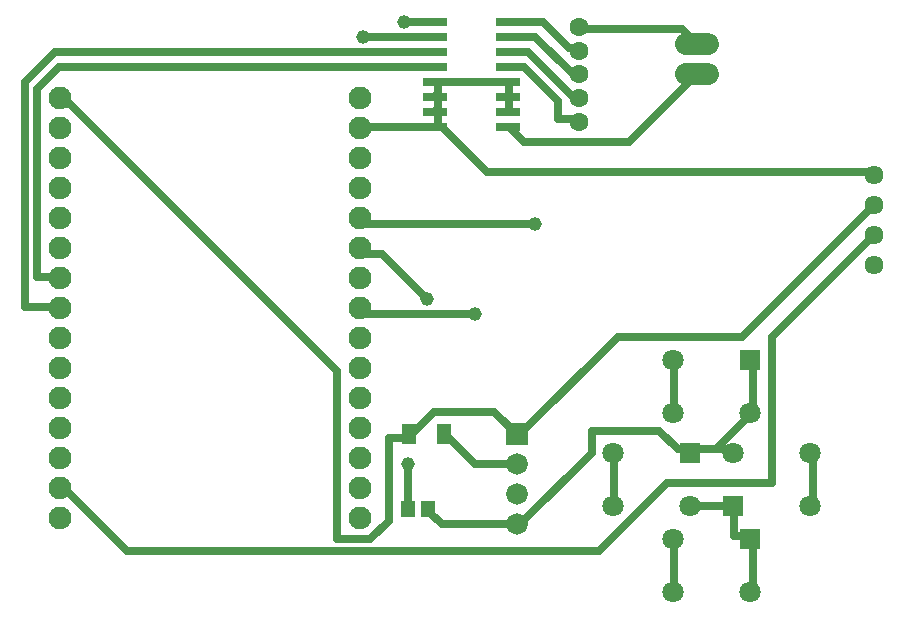
<source format=gtl>
G04 EAGLE Gerber RS-274X export*
G75*
%MOMM*%
%FSLAX34Y34*%
%LPD*%
%INTop Copper*%
%IPPOS*%
%AMOC8*
5,1,8,0,0,1.08239X$1,22.5*%
G01*
G04 Define Apertures*
%ADD10R,1.164600X1.465300*%
%ADD11C,1.600000*%
%ADD12R,1.164600X1.815300*%
%ADD13C,1.802800*%
%ADD14R,1.802800X1.802800*%
%ADD15C,1.612800*%
%ADD16C,1.828800*%
%ADD17C,1.828800*%
%ADD18R,1.828800X1.828800*%
%ADD19R,2.032000X0.660400*%
%ADD20C,1.930400*%
%ADD21C,0.660400*%
%ADD22C,1.162800*%
D10*
X237792Y126975D03*
X255300Y126975D03*
D11*
X382800Y535300D03*
X382800Y515300D03*
X382800Y495300D03*
X382800Y475300D03*
X382800Y455300D03*
D12*
X268754Y190500D03*
X239246Y190500D03*
D13*
X578600Y174900D03*
X578600Y129900D03*
X513600Y174900D03*
D14*
X513600Y129900D03*
D13*
X412000Y129900D03*
X412000Y174900D03*
X477000Y129900D03*
D14*
X477000Y174900D03*
D15*
X632700Y409900D03*
X632700Y384500D03*
X632700Y359100D03*
X632700Y333700D03*
D16*
X491744Y520700D02*
X473456Y520700D01*
X473456Y495300D02*
X491744Y495300D01*
D17*
X330200Y165100D03*
D18*
X330200Y190500D03*
D17*
X330200Y139700D03*
X330200Y114300D03*
D19*
X261366Y539750D03*
X322834Y539750D03*
X261366Y527050D03*
X261366Y514350D03*
X322834Y527050D03*
X322834Y514350D03*
X261366Y501650D03*
X322834Y501650D03*
X261366Y488950D03*
X322834Y488950D03*
X261366Y476250D03*
X261366Y463550D03*
X322834Y476250D03*
X322834Y463550D03*
X261366Y450850D03*
X322834Y450850D03*
D20*
X-56388Y475488D03*
X-56388Y450088D03*
X-56388Y424688D03*
X-56388Y399288D03*
X-56388Y373888D03*
X-56388Y348488D03*
X-56388Y323088D03*
X-56388Y297688D03*
X-56388Y272288D03*
X-56388Y246888D03*
X-56388Y221488D03*
X-56388Y196088D03*
X-56388Y170688D03*
X-56388Y145288D03*
X-56388Y119888D03*
X197612Y475488D03*
X197612Y450088D03*
X197612Y424688D03*
X197612Y399288D03*
X197612Y373888D03*
X197612Y348488D03*
X197612Y323088D03*
X197612Y297688D03*
X197612Y272288D03*
X197612Y246888D03*
X197612Y221488D03*
X197612Y196088D03*
X197612Y170688D03*
X197612Y145288D03*
X197612Y119888D03*
D13*
X462800Y57274D03*
X462800Y102274D03*
X527800Y57274D03*
D14*
X527800Y102274D03*
D13*
X462800Y208676D03*
X462800Y253676D03*
X527800Y208676D03*
D14*
X527800Y253676D03*
D21*
X295275Y165100D02*
X269875Y190500D01*
X295275Y165100D02*
X330200Y165100D01*
X269875Y190500D02*
X268754Y190500D01*
X203200Y342900D02*
X197612Y348488D01*
X203200Y342900D02*
X215900Y342900D01*
X254000Y304800D01*
D22*
X254000Y304800D03*
D21*
X261366Y539750D02*
X234950Y539750D01*
D22*
X234950Y539750D03*
D21*
X261366Y527050D02*
X200025Y527050D01*
D22*
X200025Y527050D03*
D21*
X261366Y514350D02*
X-60325Y514350D01*
X-85725Y488950D01*
X-85725Y298450D01*
X-57150Y298450D01*
X-56388Y297688D01*
X-57150Y501650D02*
X261366Y501650D01*
X-57150Y501650D02*
X-76200Y482600D01*
X-76200Y323850D01*
X-57150Y323850D01*
X-56388Y323088D01*
X322834Y539750D02*
X352425Y539750D01*
X374650Y517525D01*
X381000Y517525D01*
X382800Y515300D01*
X339725Y514350D02*
X322834Y514350D01*
X339725Y514350D02*
X377825Y476250D01*
X381000Y476250D01*
X382800Y475300D01*
X336550Y501650D02*
X322834Y501650D01*
X336550Y501650D02*
X365125Y473075D01*
X365125Y457200D01*
X381000Y457200D01*
X382800Y455300D01*
X479425Y130175D02*
X511175Y130175D01*
X479425Y130175D02*
X477000Y129900D01*
X511175Y130175D02*
X513600Y129900D01*
X530225Y101600D02*
X530225Y60325D01*
X527800Y57274D01*
X530225Y101600D02*
X527800Y102274D01*
X514350Y104775D02*
X514350Y127000D01*
X514350Y104775D02*
X527050Y104775D01*
X514350Y127000D02*
X513600Y129900D01*
X527050Y104775D02*
X527800Y102274D01*
X266700Y114300D02*
X257175Y123825D01*
X266700Y114300D02*
X330200Y114300D01*
X257175Y123825D02*
X255300Y126975D01*
X501650Y177800D02*
X511175Y177800D01*
X501650Y177800D02*
X479425Y177800D01*
X477000Y174900D01*
X511175Y177800D02*
X513600Y174900D01*
X501650Y180975D02*
X527050Y206375D01*
X527800Y208676D01*
X501650Y180975D02*
X501650Y177800D01*
X393700Y174625D02*
X333375Y114300D01*
X393700Y174625D02*
X393700Y193675D01*
X450850Y193675D01*
X466725Y177800D01*
X476250Y177800D01*
X333375Y114300D02*
X330200Y114300D01*
X477000Y174900D02*
X476250Y177800D01*
X323850Y463550D02*
X323850Y476250D01*
X323850Y463550D02*
X322834Y463550D01*
X322834Y476250D02*
X323850Y476250D01*
X323850Y479425D02*
X323850Y488950D01*
X322834Y488950D01*
X323850Y479425D02*
X322834Y476250D01*
X263525Y463550D02*
X263525Y450850D01*
X261366Y450850D01*
X261366Y463550D02*
X263525Y463550D01*
X263525Y466725D02*
X263525Y476250D01*
X261366Y476250D01*
X263525Y466725D02*
X261366Y463550D01*
X263525Y479425D02*
X263525Y488950D01*
X261366Y488950D01*
X263525Y479425D02*
X261366Y476250D01*
X261366Y488950D02*
X322834Y488950D01*
X261366Y450850D02*
X200025Y450850D01*
X197612Y450088D01*
X266700Y450850D02*
X304800Y412750D01*
X631825Y412750D01*
X266700Y450850D02*
X261366Y450850D01*
X631825Y412750D02*
X632700Y409900D01*
X530225Y250825D02*
X530225Y209550D01*
X527800Y208676D01*
X530225Y250825D02*
X527800Y253676D01*
X336550Y438150D02*
X323850Y450850D01*
X336550Y438150D02*
X425450Y438150D01*
X482600Y495300D01*
X323850Y450850D02*
X322834Y450850D01*
X238125Y165100D02*
X238125Y127000D01*
X237792Y126975D01*
D22*
X238125Y165100D03*
D21*
X546100Y273050D02*
X631825Y358775D01*
X546100Y273050D02*
X546100Y149225D01*
X457200Y149225D01*
X400050Y92075D01*
X0Y92075D01*
X-50800Y142875D01*
X-53975Y142875D01*
X631825Y358775D02*
X632700Y359100D01*
X-53975Y142875D02*
X-56388Y145288D01*
X581025Y130175D02*
X581025Y174625D01*
X581025Y130175D02*
X578600Y129900D01*
X581025Y174625D02*
X578600Y174900D01*
X412750Y174625D02*
X412750Y130175D01*
X412000Y129900D01*
X412750Y174625D02*
X412000Y174900D01*
X203200Y292100D02*
X197612Y297688D01*
X203200Y292100D02*
X295275Y292100D01*
D22*
X295275Y292100D03*
D21*
X260350Y209550D02*
X241300Y190500D01*
X260350Y209550D02*
X311150Y209550D01*
X330200Y190500D01*
X241300Y190500D02*
X239246Y190500D01*
X520700Y273050D02*
X631825Y384175D01*
X520700Y273050D02*
X415925Y273050D01*
X333375Y190500D01*
X631825Y384175D02*
X632700Y384500D01*
X333375Y190500D02*
X330200Y190500D01*
X-50800Y469900D02*
X-56388Y475488D01*
X-50800Y469900D02*
X-47625Y469900D01*
X177800Y244475D01*
X177800Y101600D01*
X206375Y101600D01*
X222250Y117475D01*
X222250Y187325D01*
X238125Y187325D01*
X239246Y190500D01*
X384175Y533400D02*
X469900Y533400D01*
X482600Y520700D01*
X384175Y533400D02*
X382800Y535300D01*
X346075Y527050D02*
X322834Y527050D01*
X346075Y527050D02*
X377825Y495300D01*
X382800Y495300D01*
X463550Y101600D02*
X463550Y60325D01*
X462800Y57274D01*
X463550Y101600D02*
X462800Y102274D01*
X463550Y209550D02*
X463550Y250825D01*
X463550Y209550D02*
X462800Y208676D01*
X463550Y250825D02*
X462800Y253676D01*
X203200Y368300D02*
X197612Y373888D01*
X203200Y368300D02*
X346075Y368300D01*
D22*
X346075Y368300D03*
M02*

</source>
